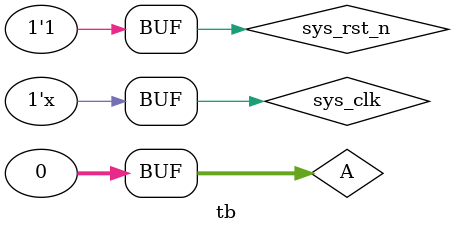
<source format=v>
`timescale 1ns/1ns
module tb();
	reg[31:0]	A,B;
	reg		sys_clk,sys_rst_n;	
	initial
	begin
		sys_clk	<=1'b0;
		sys_rst_n<=1'b0;
		A        <= 'b0;
		#80
		sys_rst_n<=1'b1;
		A <='h7;
		#20
		A<='b0;
		
	end
	
	always	#10	sys_clk=~sys_clk;

	always@(posedge sys_clk)begin
		if(!sys_rst_n)
			B <= 'b0;
		else 
			B <= A;
	end
endmodule
</source>
